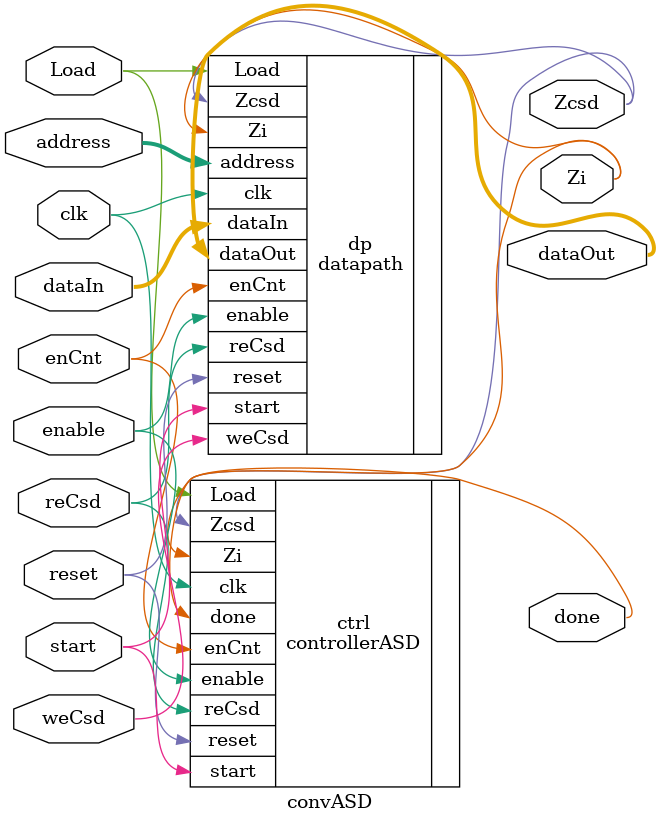
<source format=v>
`timescale 1ns / 1ps

module convASD(
    input clk, reset, start,
    input weCsd, enable, enCnt, Load, reCsd,
    input [3:0] address,
    input [7:0] dataIn,
    output [7:0] dataOut,
    output Zi, Zcsd,
    output done
);

    // Instantiate datapath
    datapath dp (
        .clk(clk),
        .start(start),
        .reset(reset),
        .weCsd(weCsd),
        .reCsd(reCsd),
        .dataIn(dataIn),
        .Load(Load),
        .enable(enable),
        .enCnt(enCnt),
        .dataOut(dataOut),
        .Zi(Zi),
        .address(address),
        .Zcsd(Zcsd)
    );

    // Instantiate controller
    controllerASD ctrl (
        .clk(clk),
        .reset(reset),
        .start(start),
        .Zi(Zi),
        .Zcsd(Zcsd),
        .Load(Load),
        .enable(enable),
        .enCnt(enCnt),
        .reCsd(reCsd),
        .done(done)
    );

endmodule

</source>
